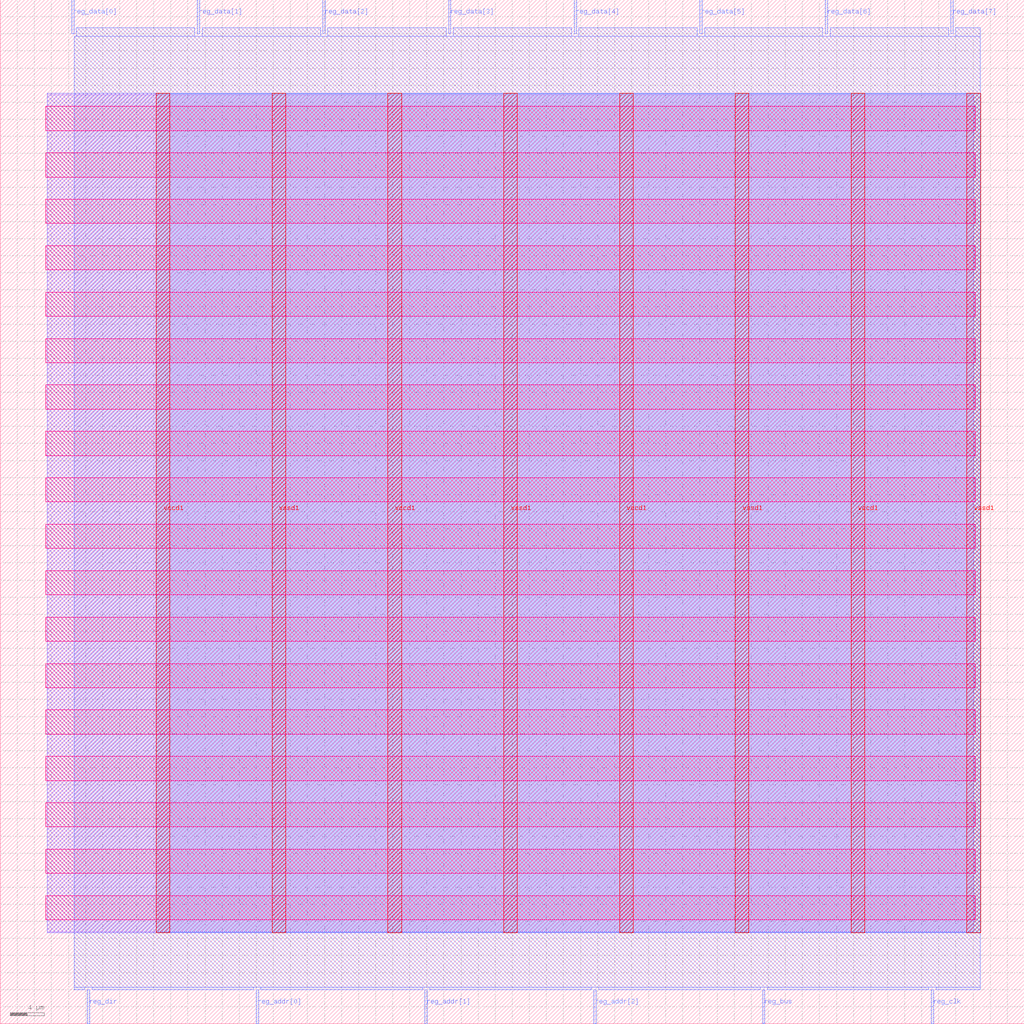
<source format=lef>
VERSION 5.7 ;
  NOWIREEXTENSIONATPIN ON ;
  DIVIDERCHAR "/" ;
  BUSBITCHARS "[]" ;
MACRO spi_register
  CLASS BLOCK ;
  FOREIGN spi_register ;
  ORIGIN 0.000 0.000 ;
  SIZE 120.000 BY 120.000 ;
  PIN reg_addr[0]
    DIRECTION INPUT ;
    USE SIGNAL ;
    PORT
      LAYER met2 ;
        RECT 29.990 0.000 30.270 4.000 ;
    END
  END reg_addr[0]
  PIN reg_addr[1]
    DIRECTION INPUT ;
    USE SIGNAL ;
    PORT
      LAYER met2 ;
        RECT 49.770 0.000 50.050 4.000 ;
    END
  END reg_addr[1]
  PIN reg_addr[2]
    DIRECTION INPUT ;
    USE SIGNAL ;
    PORT
      LAYER met2 ;
        RECT 69.550 0.000 69.830 4.000 ;
    END
  END reg_addr[2]
  PIN reg_bus
    DIRECTION INOUT ;
    USE SIGNAL ;
    PORT
      LAYER met2 ;
        RECT 89.330 0.000 89.610 4.000 ;
    END
  END reg_bus
  PIN reg_clk
    DIRECTION INPUT ;
    USE SIGNAL ;
    PORT
      LAYER met2 ;
        RECT 109.110 0.000 109.390 4.000 ;
    END
  END reg_clk
  PIN reg_data[0]
    DIRECTION OUTPUT TRISTATE ;
    USE SIGNAL ;
    PORT
      LAYER met2 ;
        RECT 8.370 116.000 8.650 120.000 ;
    END
  END reg_data[0]
  PIN reg_data[1]
    DIRECTION OUTPUT TRISTATE ;
    USE SIGNAL ;
    PORT
      LAYER met2 ;
        RECT 23.090 116.000 23.370 120.000 ;
    END
  END reg_data[1]
  PIN reg_data[2]
    DIRECTION OUTPUT TRISTATE ;
    USE SIGNAL ;
    PORT
      LAYER met2 ;
        RECT 37.810 116.000 38.090 120.000 ;
    END
  END reg_data[2]
  PIN reg_data[3]
    DIRECTION OUTPUT TRISTATE ;
    USE SIGNAL ;
    PORT
      LAYER met2 ;
        RECT 52.530 116.000 52.810 120.000 ;
    END
  END reg_data[3]
  PIN reg_data[4]
    DIRECTION OUTPUT TRISTATE ;
    USE SIGNAL ;
    PORT
      LAYER met2 ;
        RECT 67.250 116.000 67.530 120.000 ;
    END
  END reg_data[4]
  PIN reg_data[5]
    DIRECTION OUTPUT TRISTATE ;
    USE SIGNAL ;
    PORT
      LAYER met2 ;
        RECT 81.970 116.000 82.250 120.000 ;
    END
  END reg_data[5]
  PIN reg_data[6]
    DIRECTION OUTPUT TRISTATE ;
    USE SIGNAL ;
    PORT
      LAYER met2 ;
        RECT 96.690 116.000 96.970 120.000 ;
    END
  END reg_data[6]
  PIN reg_data[7]
    DIRECTION OUTPUT TRISTATE ;
    USE SIGNAL ;
    PORT
      LAYER met2 ;
        RECT 111.410 116.000 111.690 120.000 ;
    END
  END reg_data[7]
  PIN reg_dir
    DIRECTION INPUT ;
    USE SIGNAL ;
    PORT
      LAYER met2 ;
        RECT 10.210 0.000 10.490 4.000 ;
    END
  END reg_dir
  PIN vccd1
    DIRECTION INOUT ;
    USE POWER ;
    PORT
      LAYER met4 ;
        RECT 18.290 10.640 19.890 109.040 ;
    END
    PORT
      LAYER met4 ;
        RECT 45.430 10.640 47.030 109.040 ;
    END
    PORT
      LAYER met4 ;
        RECT 72.570 10.640 74.170 109.040 ;
    END
    PORT
      LAYER met4 ;
        RECT 99.710 10.640 101.310 109.040 ;
    END
  END vccd1
  PIN vssd1
    DIRECTION INOUT ;
    USE GROUND ;
    PORT
      LAYER met4 ;
        RECT 31.860 10.640 33.460 109.040 ;
    END
    PORT
      LAYER met4 ;
        RECT 59.000 10.640 60.600 109.040 ;
    END
    PORT
      LAYER met4 ;
        RECT 86.140 10.640 87.740 109.040 ;
    END
    PORT
      LAYER met4 ;
        RECT 113.280 10.640 114.880 109.040 ;
    END
  END vssd1
  OBS
      LAYER nwell ;
        RECT 5.330 104.665 114.270 107.495 ;
        RECT 5.330 99.225 114.270 102.055 ;
        RECT 5.330 93.785 114.270 96.615 ;
        RECT 5.330 88.345 114.270 91.175 ;
        RECT 5.330 82.905 114.270 85.735 ;
        RECT 5.330 77.465 114.270 80.295 ;
        RECT 5.330 72.025 114.270 74.855 ;
        RECT 5.330 66.585 114.270 69.415 ;
        RECT 5.330 61.145 114.270 63.975 ;
        RECT 5.330 55.705 114.270 58.535 ;
        RECT 5.330 50.265 114.270 53.095 ;
        RECT 5.330 44.825 114.270 47.655 ;
        RECT 5.330 39.385 114.270 42.215 ;
        RECT 5.330 33.945 114.270 36.775 ;
        RECT 5.330 28.505 114.270 31.335 ;
        RECT 5.330 23.065 114.270 25.895 ;
        RECT 5.330 17.625 114.270 20.455 ;
        RECT 5.330 12.185 114.270 15.015 ;
      LAYER li1 ;
        RECT 5.520 10.795 114.080 108.885 ;
      LAYER met1 ;
        RECT 5.520 10.640 114.880 109.040 ;
      LAYER met2 ;
        RECT 8.930 115.720 22.810 116.690 ;
        RECT 23.650 115.720 37.530 116.690 ;
        RECT 38.370 115.720 52.250 116.690 ;
        RECT 53.090 115.720 66.970 116.690 ;
        RECT 67.810 115.720 81.690 116.690 ;
        RECT 82.530 115.720 96.410 116.690 ;
        RECT 97.250 115.720 111.130 116.690 ;
        RECT 111.970 115.720 114.850 116.690 ;
        RECT 8.650 4.280 114.850 115.720 ;
        RECT 8.650 4.000 9.930 4.280 ;
        RECT 10.770 4.000 29.710 4.280 ;
        RECT 30.550 4.000 49.490 4.280 ;
        RECT 50.330 4.000 69.270 4.280 ;
        RECT 70.110 4.000 89.050 4.280 ;
        RECT 89.890 4.000 108.830 4.280 ;
        RECT 109.670 4.000 114.850 4.280 ;
      LAYER met3 ;
        RECT 18.300 10.715 114.870 108.965 ;
  END
END spi_register
END LIBRARY


</source>
